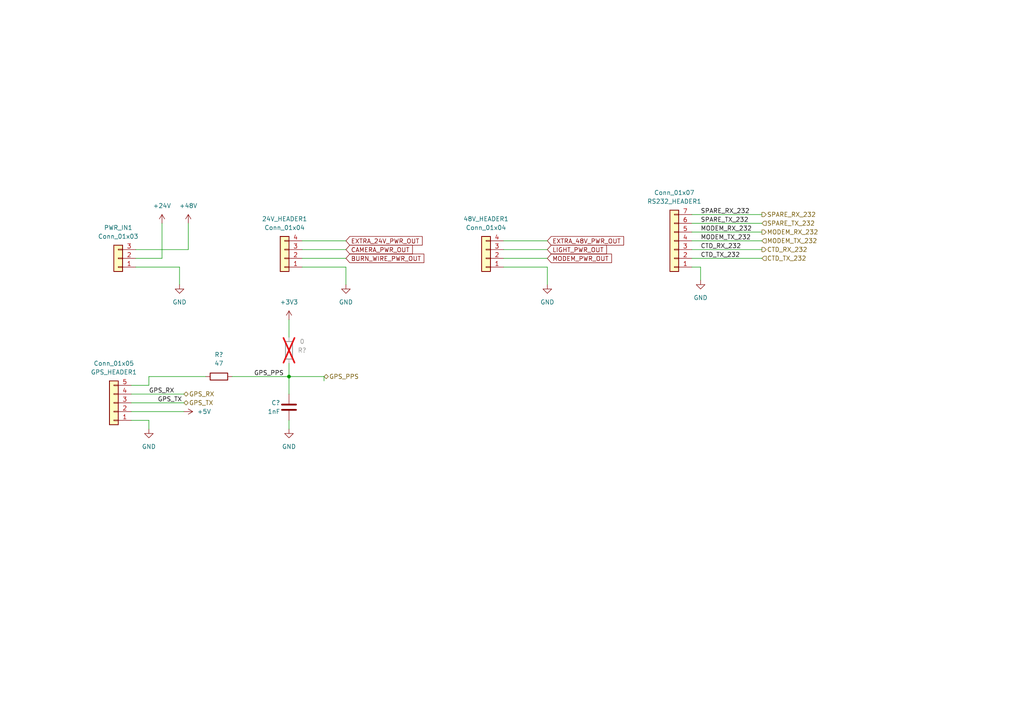
<source format=kicad_sch>
(kicad_sch (version 20230121) (generator eeschema)
  (paper "A4")
  (lib_symbols
    (symbol "Connector_Generic:Conn_01x03" (pin_names (offset 1.016) hide)
      (property "Reference" "J" (at 0 5.08 0))
      (property "Value" "Conn_01x03" (at 0 -5.08 0))
      (symbol "Conn_01x03_1_1"
        (rectangle (start -1.27 -2.413) (end 0 -2.667) (stroke (width 0.1524)))
        (rectangle (start -1.27 0.127) (end 0 -0.127) (stroke (width 0.1524)))
        (rectangle (start -1.27 2.667) (end 0 2.413) (stroke (width 0.1524)))
        (rectangle (start -1.27 3.81) (end 1.27 -3.81) (stroke (width 0.254)) (fill (type background)))
        (pin passive line (at -5.08 2.54 0) (length 3.81) (name "Pin_1") (number "1"))
        (pin passive line (at -5.08 0 0) (length 3.81) (name "Pin_2") (number "2"))
        (pin passive line (at -5.08 -2.54 0) (length 3.81) (name "Pin_3") (number "3"))
      )
    )
    (symbol "Connector_Generic:Conn_01x04" (pin_names (offset 1.016) hide)
      (property "Reference" "J" (at 0 5.08 0))
      (property "Value" "Conn_01x04" (at 0 -7.62 0))
      (symbol "Conn_01x04_1_1"
        (rectangle (start -1.27 -4.953) (end 0 -5.207) (stroke (width 0.1524)))
        (rectangle (start -1.27 -2.413) (end 0 -2.667) (stroke (width 0.1524)))
        (rectangle (start -1.27 0.127) (end 0 -0.127) (stroke (width 0.1524)))
        (rectangle (start -1.27 2.667) (end 0 2.413) (stroke (width 0.1524)))
        (rectangle (start -1.27 3.81) (end 1.27 -6.35) (stroke (width 0.254)) (fill (type background)))
        (pin passive line (at -5.08 2.54 0) (length 3.81) (name "Pin_1") (number "1"))
        (pin passive line (at -5.08 0 0) (length 3.81) (name "Pin_2") (number "2"))
        (pin passive line (at -5.08 -2.54 0) (length 3.81) (name "Pin_3") (number "3"))
        (pin passive line (at -5.08 -5.08 0) (length 3.81) (name "Pin_4") (number "4"))
      )
    )
    (symbol "Connector_Generic:Conn_01x05" (pin_names (offset 1.016) hide)
      (property "Reference" "J" (at 0 7.62 0))
      (property "Value" "Conn_01x05" (at 0 -7.62 0))
      (symbol "Conn_01x05_1_1"
        (rectangle (start -1.27 -4.953) (end 0 -5.207) (stroke (width 0.1524)))
        (rectangle (start -1.27 -2.413) (end 0 -2.667) (stroke (width 0.1524)))
        (rectangle (start -1.27 0.127) (end 0 -0.127) (stroke (width 0.1524)))
        (rectangle (start -1.27 2.667) (end 0 2.413) (stroke (width 0.1524)))
        (rectangle (start -1.27 5.207) (end 0 4.953) (stroke (width 0.1524)))
        (rectangle (start -1.27 6.35) (end 1.27 -6.35) (stroke (width 0.254)) (fill (type background)))
        (pin passive line (at -5.08 5.08 0) (length 3.81) (name "Pin_1") (number "1"))
        (pin passive line (at -5.08 2.54 0) (length 3.81) (name "Pin_2") (number "2"))
        (pin passive line (at -5.08 0 0) (length 3.81) (name "Pin_3") (number "3"))
        (pin passive line (at -5.08 -2.54 0) (length 3.81) (name "Pin_4") (number "4"))
        (pin passive line (at -5.08 -5.08 0) (length 3.81) (name "Pin_5") (number "5"))
      )
    )
    (symbol "Connector_Generic:Conn_01x07" (pin_names (offset 1.016) hide)
      (property "Reference" "J" (at 0 10.16 0))
      (property "Value" "Conn_01x07" (at 0 -10.16 0))
      (symbol "Conn_01x07_1_1"
        (rectangle (start -1.27 -7.493) (end 0 -7.747) (stroke (width 0.1524)))
        (rectangle (start -1.27 -4.953) (end 0 -5.207) (stroke (width 0.1524)))
        (rectangle (start -1.27 -2.413) (end 0 -2.667) (stroke (width 0.1524)))
        (rectangle (start -1.27 0.127) (end 0 -0.127) (stroke (width 0.1524)))
        (rectangle (start -1.27 2.667) (end 0 2.413) (stroke (width 0.1524)))
        (rectangle (start -1.27 5.207) (end 0 4.953) (stroke (width 0.1524)))
        (rectangle (start -1.27 7.747) (end 0 7.493) (stroke (width 0.1524)))
        (rectangle (start -1.27 8.89) (end 1.27 -8.89) (stroke (width 0.254)) (fill (type background)))
        (pin passive line (at -5.08 7.62 0) (length 3.81) (name "Pin_1") (number "1"))
        (pin passive line (at -5.08 5.08 0) (length 3.81) (name "Pin_2") (number "2"))
        (pin passive line (at -5.08 2.54 0) (length 3.81) (name "Pin_3") (number "3"))
        (pin passive line (at -5.08 0 0) (length 3.81) (name "Pin_4") (number "4"))
        (pin passive line (at -5.08 -2.54 0) (length 3.81) (name "Pin_5") (number "5"))
        (pin passive line (at -5.08 -5.08 0) (length 3.81) (name "Pin_6") (number "6"))
        (pin passive line (at -5.08 -7.62 0) (length 3.81) (name "Pin_7") (number "7"))
      )
    )
    (symbol "Device:C" (pin_numbers hide) (pin_names (offset 0.254))
      (property "Reference" "C" (at 0.635 2.54 0))
      (property "Value" "C" (at 0.635 -2.54 0))
      (symbol "C_0_1"
        (polyline (pts (xy -2.032 -0.762) (xy 2.032 -0.762)) (stroke (width 0.508)))
        (polyline (pts (xy -2.032 0.762) (xy 2.032 0.762)) (stroke (width 0.508)))
      )
      (symbol "C_1_1"
        (pin passive line (at 0 3.81 270) (length 2.794) (name "~") (number "1"))
        (pin passive line (at 0 -3.81 90) (length 2.794) (name "~") (number "2"))
      )
    )
    (symbol "Device:R" (pin_numbers hide) (pin_names (offset 0))
      (property "Reference" "R" (at 2.032 0 90))
      (property "Value" "R" (at 0 0 90))
      (symbol "R_0_1"
        (rectangle (start -1.016 -2.54) (end 1.016 2.54) (stroke (width 0.254)))
      )
      (symbol "R_1_1"
        (pin passive line (at 0 3.81 270) (length 1.27) (name "~") (number "1"))
        (pin passive line (at 0 -3.81 90) (length 1.27) (name "~") (number "2"))
      )
    )
    (symbol "power:+24V" (power) (pin_names (offset 0))
      (property "Value" "+24V" (at 0 3.556 0))
      (symbol "+24V_0_1"
        (polyline (pts (xy -0.762 1.27) (xy 0 2.54)))
        (polyline (pts (xy 0 0) (xy 0 2.54)))
        (polyline (pts (xy 0 2.54) (xy 0.762 1.27)))
      )
      (symbol "+24V_1_1"
        (pin power_in line (at 0 0 90) (length 0) hide (name "+24V") (number "1"))
      )
    )
    (symbol "power:+3V3" (power) (pin_names (offset 0))
      (property "Value" "+3V3" (at 0 3.556 0))
      (symbol "+3V3_0_1"
        (polyline (pts (xy -0.762 1.27) (xy 0 2.54)))
        (polyline (pts (xy 0 0) (xy 0 2.54)))
        (polyline (pts (xy 0 2.54) (xy 0.762 1.27)))
      )
      (symbol "+3V3_1_1"
        (pin power_in line (at 0 0 90) (length 0) hide (name "+3V3") (number "1"))
      )
    )
    (symbol "power:+48V" (power) (pin_names (offset 0))
      (property "Value" "+48V" (at 0 3.556 0))
      (symbol "+48V_0_1"
        (polyline (pts (xy -0.762 1.27) (xy 0 2.54)))
        (polyline (pts (xy 0 0) (xy 0 2.54)))
        (polyline (pts (xy 0 2.54) (xy 0.762 1.27)))
      )
      (symbol "+48V_1_1"
        (pin power_in line (at 0 0 90) (length 0) hide (name "+48V") (number "1"))
      )
    )
    (symbol "power:+5V" (power) (pin_names (offset 0))
      (property "Value" "+5V" (at 0 3.556 0))
      (symbol "+5V_0_1"
        (polyline (pts (xy -0.762 1.27) (xy 0 2.54)))
        (polyline (pts (xy 0 0) (xy 0 2.54)))
        (polyline (pts (xy 0 2.54) (xy 0.762 1.27)))
      )
      (symbol "+5V_1_1"
        (pin power_in line (at 0 0 90) (length 0) hide (name "+5V") (number "1"))
      )
    )
    (symbol "power:GND" (power) (pin_names (offset 0))
      (property "Value" "GND" (at 0 -3.81 0))
      (symbol "GND_0_1"
        (polyline (pts (xy 0 0) (xy 0 -1.27) (xy 1.27 -1.27) (xy 0 -2.54) (xy -1.27 -1.27) (xy 0 -1.27)))
      )
      (symbol "GND_1_1"
        (pin power_in line (at 0 0 270) (length 0) hide (name "GND") (number "1"))
      )
    )
  )
  (junction (at 83.82 109.22))
  (wire (pts (xy 200.66 62.23) (xy 220.98 62.23)))
  (wire (pts (xy 83.82 105.41) (xy 83.82 109.22)))
  (wire (pts (xy 67.31 109.22) (xy 83.82 109.22)))
  (wire (pts (xy 93.98 109.22) (xy 93.98 110.49)))
  (wire (pts (xy 39.37 72.39) (xy 54.61 72.39)))
  (wire (pts (xy 83.82 109.22) (xy 93.98 109.22)))
  (wire (pts (xy 146.05 77.47) (xy 158.75 77.47)))
  (wire (pts (xy 83.82 121.92) (xy 83.82 124.46)))
  (wire (pts (xy 87.63 74.93) (xy 100.33 74.93)))
  (wire (pts (xy 38.1 116.84) (xy 53.34 116.84)))
  (wire (pts (xy 146.05 74.93) (xy 158.75 74.93)))
  (wire (pts (xy 39.37 77.47) (xy 52.07 77.47)))
  (wire (pts (xy 200.66 74.93) (xy 220.98 74.93)))
  (wire (pts (xy 146.05 72.39) (xy 158.75 72.39)))
  (wire (pts (xy 43.18 109.22) (xy 59.69 109.22)))
  (wire (pts (xy 200.66 77.47) (xy 203.2 77.47)))
  (wire (pts (xy 158.75 77.47) (xy 158.75 82.55)))
  (wire (pts (xy 43.18 121.92) (xy 43.18 124.46)))
  (wire (pts (xy 46.99 64.77) (xy 46.99 74.93)))
  (wire (pts (xy 43.18 111.76) (xy 38.1 111.76)))
  (wire (pts (xy 146.05 69.85) (xy 158.75 69.85)))
  (wire (pts (xy 87.63 72.39) (xy 100.33 72.39)))
  (wire (pts (xy 100.33 77.47) (xy 100.33 82.55)))
  (wire (pts (xy 200.66 69.85) (xy 220.98 69.85)))
  (wire (pts (xy 39.37 74.93) (xy 46.99 74.93)))
  (wire (pts (xy 200.66 72.39) (xy 220.98 72.39)))
  (wire (pts (xy 54.61 64.77) (xy 54.61 72.39)))
  (wire (pts (xy 83.82 109.22) (xy 83.82 114.3)))
  (wire (pts (xy 38.1 121.92) (xy 43.18 121.92)))
  (wire (pts (xy 83.82 92.71) (xy 83.82 97.79)))
  (wire (pts (xy 87.63 77.47) (xy 100.33 77.47)))
  (wire (pts (xy 200.66 67.31) (xy 220.98 67.31)))
  (wire (pts (xy 38.1 119.38) (xy 53.34 119.38)))
  (wire (pts (xy 87.63 69.85) (xy 100.33 69.85)))
  (wire (pts (xy 38.1 114.3) (xy 53.34 114.3)))
  (wire (pts (xy 200.66 64.77) (xy 220.98 64.77)))
  (wire (pts (xy 52.07 77.47) (xy 52.07 82.55)))
  (wire (pts (xy 203.2 77.47) (xy 203.2 81.28)))
  (wire (pts (xy 43.18 109.22) (xy 43.18 111.76)))
  (label "GPS_TX" (at 45.72 116.84 0))
  (label "CTD_TX_232" (at 203.2 74.93 0))
  (label "GPS_RX" (at 43.18 114.3 0))
  (label "MODEM_TX_232" (at 203.2 69.85 0))
  (label "MODEM_RX_232" (at 203.2 67.31 0))
  (label "SPARE_TX_232" (at 203.2 64.77 0))
  (label "GPS_PPS" (at 73.66 109.22 0))
  (label "SPARE_RX_232" (at 203.2 62.23 0))
  (label "CTD_RX_232" (at 203.2 72.39 0))
  (global_label "MODEM_PWR_OUT" (shape input) (at 158.75 74.93 0) (property "Intersheetrefs" "${INTERSHEET_REFS}" (effects hide)))
  (global_label "EXTRA_48V_PWR_OUT" (shape input) (at 158.75 69.85 0) (property "Intersheetrefs" "${INTERSHEET_REFS}" (effects hide)))
  (global_label "LIGHT_PWR_OUT" (shape input) (at 158.75 72.39 0) (property "Intersheetrefs" "${INTERSHEET_REFS}" (effects hide)))
  (global_label "EXTRA_24V_PWR_OUT" (shape input) (at 100.33 69.85 0) (property "Intersheetrefs" "${INTERSHEET_REFS}" (effects hide)))
  (global_label "CAMERA_PWR_OUT" (shape input) (at 100.33 72.39 0) (property "Intersheetrefs" "${INTERSHEET_REFS}" (effects hide)))
  (global_label "BURN_WIRE_PWR_OUT" (shape input) (at 100.33 74.93 0) (property "Intersheetrefs" "${INTERSHEET_REFS}" (effects hide)))
  (hierarchical_label "MODEM_TX_232" (shape input) (at 220.98 69.85 0))
  (hierarchical_label "GPS_RX" (shape bidirectional) (at 53.34 114.3 0))
  (hierarchical_label "SPARE_RX_232" (shape output) (at 220.98 62.23 0))
  (hierarchical_label "GPS_PPS" (shape bidirectional) (at 93.98 109.22 0))
  (hierarchical_label "GPS_TX" (shape bidirectional) (at 53.34 116.84 0))
  (hierarchical_label "CTD_RX_232" (shape output) (at 220.98 72.39 0))
  (hierarchical_label "SPARE_TX_232" (shape input) (at 220.98 64.77 0))
  (hierarchical_label "CTD_TX_232" (shape input) (at 220.98 74.93 0))
  (hierarchical_label "MODEM_RX_232" (shape output) (at 220.98 67.31 0))
  (symbol (lib_id "power:+48V") (at 54.61 64.77 0) (unit 1)
    (property "Reference" "#PWR040" (effects hide))
    (property "Value" "+48V" (at 54.61 59.69 0))
  )
  (symbol (lib_id "power:+24V") (at 46.99 64.77 0) (unit 1)
    (property "Reference" "#PWR037" (effects hide))
    (property "Value" "+24V" (at 46.99 59.69 0))
  )
  (symbol (lib_id "Device:R") (at 83.82 101.6 180) (unit 1) (dnp yes)
    (property "Reference" "R?" (at 87.63 101.6 0))
    (property "Value" "0" (at 87.63 99.06 0))
    (property "Footprint" "Resistor_SMD:R_0603_1608Metric" (effects hide))
    (instances (project "LanderControl" (path "" (reference "R?") (unit 1)) (path "" (reference "R?") (unit 1)) (path "" (reference "R24") (unit 1))))
  )
  (symbol (lib_id "power:GND") (at 52.07 82.55 0) (unit 1)
    (property "Reference" "#PWR038" (effects hide))
    (property "Value" "GND" (at 52.07 87.63 0))
  )
  (symbol (lib_id "Connector_Generic:Conn_01x05") (at 33.02 116.84 180) (unit 1)
    (property "Reference" "GPS_HEADER1" (at 33.02 107.95 0))
    (property "Value" "Conn_01x05" (at 33.02 105.41 0))
    (property "Footprint" "TerminalBlock_Phoenix:TerminalBlock_Phoenix_PT-1,5-5-3.5-H_1x05_P3.50mm_Horizontal" (effects hide))
  )
  (symbol (lib_id "Connector_Generic:Conn_01x07") (at 195.58 69.85 180) (unit 1)
    (property "Reference" "RS232_HEADER1" (at 195.58 58.42 0))
    (property "Value" "Conn_01x07" (at 195.58 55.88 0))
    (property "Footprint" "TerminalBlock_Phoenix:TerminalBlock_Phoenix_PT-1,5-7-3.5-H_1x07_P3.50mm_Horizontal" (effects hide))
  )
  (symbol (lib_id "power:GND") (at 83.82 124.46 0) (unit 1)
    (property "Reference" "#PWR014" (effects hide))
    (property "Value" "GND" (at 83.82 129.54 0))
  )
  (symbol (lib_id "Connector_Generic:Conn_01x03") (at 34.29 74.93 180) (unit 1)
    (property "Reference" "PWR_IN1" (at 34.29 66.04 0))
    (property "Value" "Conn_01x03" (at 34.29 68.58 0))
    (property "Footprint" "TerminalBlock_Phoenix:TerminalBlock_Phoenix_PT-1,5-3-3.5-H_1x03_P3.50mm_Horizontal" (effects hide))
  )
  (symbol (lib_id "Device:C") (at 83.82 118.11 0) (mirror y) (unit 1)
    (property "Reference" "C?" (at 81.28 116.84 0) (effects (justify left)))
    (property "Value" "1nF" (at 81.28 119.38 0) (effects (justify left)))
    (property "Footprint" "Capacitor_SMD:C_0603_1608Metric" (effects hide))
    (instances (project "LanderControl" (path "" (reference "C?") (unit 1)) (path "" (reference "C3") (unit 1)) (path "" (reference "C30") (unit 1))))
  )
  (symbol (lib_id "power:+5V") (at 53.34 119.38 270) (unit 1)
    (property "Reference" "#PWR?" (effects hide))
    (property "Value" "+5V" (at 57.15 119.38 90) (effects (justify left)))
    (instances (project "LanderControl" (path "" (reference "#PWR?") (unit 1)) (path "" (reference "#PWR039") (unit 1))))
  )
  (symbol (lib_id "power:GND") (at 203.2 81.28 0) (unit 1)
    (property "Reference" "#PWR044" (effects hide))
    (property "Value" "GND" (at 203.2 86.36 0))
  )
  (symbol (lib_id "power:GND") (at 100.33 82.55 0) (unit 1)
    (property "Reference" "#PWR042" (effects hide))
    (property "Value" "GND" (at 100.33 87.63 0))
  )
  (symbol (lib_id "Connector_Generic:Conn_01x04") (at 82.55 74.93 180) (unit 1)
    (property "Reference" "24V_HEADER1" (at 82.55 63.5 0))
    (property "Value" "Conn_01x04" (at 82.55 66.04 0))
    (property "Footprint" "TerminalBlock_Phoenix:TerminalBlock_Phoenix_PT-1,5-4-3.5-H_1x04_P3.50mm_Horizontal" (effects hide))
  )
  (symbol (lib_id "Device:R") (at 63.5 109.22 90) (unit 1)
    (property "Reference" "R?" (at 63.5 102.87 90))
    (property "Value" "47" (at 63.5 105.41 90))
    (property "Footprint" "Resistor_SMD:R_0603_1608Metric" (effects hide))
    (instances (project "LanderControl" (path "" (reference "R?") (unit 1)) (path "" (reference "R21") (unit 1)) (path "" (reference "R47") (unit 1))))
  )
  (symbol (lib_id "power:+3V3") (at 83.82 92.71 0) (unit 1)
    (property "Reference" "#PWR?" (effects hide))
    (property "Value" "+3V3" (at 83.82 87.63 0))
    (instances (project "LanderControl" (path "" (reference "#PWR?") (unit 1)) (path "" (reference "#PWR041") (unit 1))))
  )
  (symbol (lib_id "power:GND") (at 43.18 124.46 0) (unit 1)
    (property "Reference" "#PWR036" (effects hide))
    (property "Value" "GND" (at 43.18 129.54 0))
  )
  (symbol (lib_id "Connector_Generic:Conn_01x04") (at 140.97 74.93 180) (unit 1)
    (property "Reference" "48V_HEADER1" (at 140.97 63.5 0))
    (property "Value" "Conn_01x04" (at 140.97 66.04 0))
    (property "Footprint" "TerminalBlock_Phoenix:TerminalBlock_Phoenix_PT-1,5-4-3.5-H_1x04_P3.50mm_Horizontal" (effects hide))
  )
  (symbol (lib_id "power:GND") (at 158.75 82.55 0) (unit 1)
    (property "Reference" "#PWR043" (effects hide))
    (property "Value" "GND" (at 158.75 87.63 0))
  )
)
</source>
